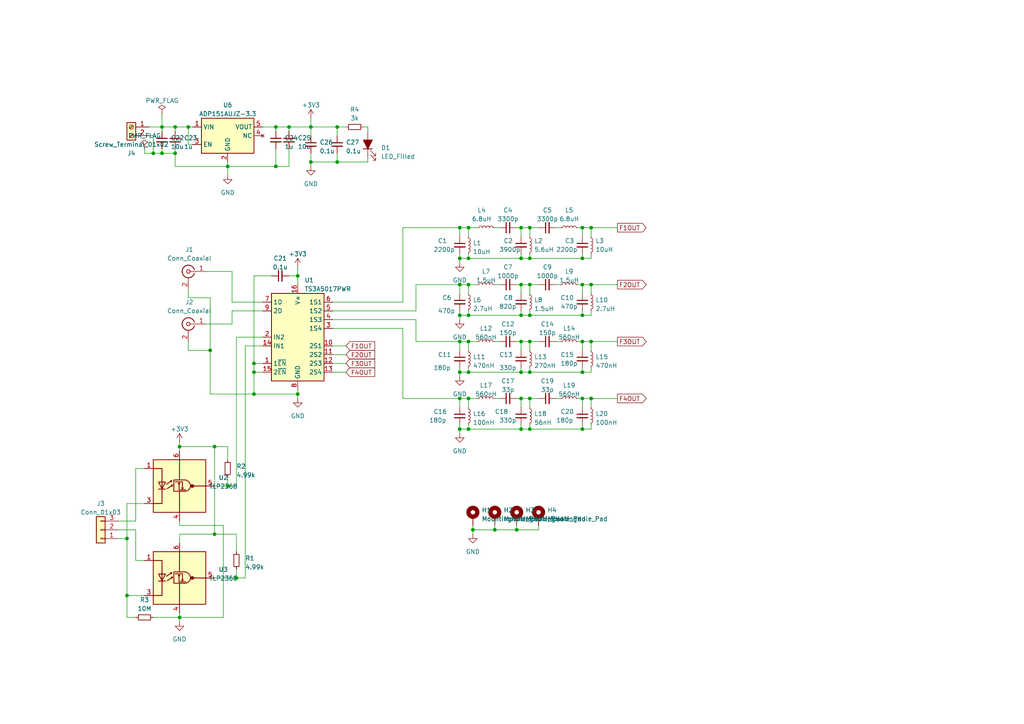
<source format=kicad_sch>
(kicad_sch (version 20221206) (generator eeschema)
  (paper "A4")
  (lib_symbols
    (symbol "Analog_Switch:TS3A5017RGY"
      (property "Reference" "U1" (at 1.9559 16.51 0))
      (property "Value" "TS3A5017PWR" (at 1.9559 13.97 0))
      (symbol "TS3A5017RGY_0_1"
        (rectangle (start -7.62 12.7) (end 7.62 -12.7) (stroke (width 0.254)) (fill (type background)))
      )
      (symbol "TS3A5017RGY_1_1"
        (pin input line (at -10.16 -7.62 0) (length 2.54) (name "1~{EN}") (number "1"))
        (pin bidirectional line (at 10.16 -2.54 180) (length 2.54) (name "2S1") (number "10"))
        (pin bidirectional line (at 10.16 -5.08 180) (length 2.54) (name "2S2") (number "11"))
        (pin bidirectional line (at 10.16 -7.62 180) (length 2.54) (name "2S3") (number "12"))
        (pin bidirectional line (at 10.16 -10.16 180) (length 2.54) (name "2S4") (number "13"))
        (pin input line (at -10.16 -2.54 0) (length 2.54) (name "IN1") (number "14"))
        (pin input line (at -10.16 -10.16 0) (length 2.54) (name "2~{EN}") (number "15"))
        (pin power_in line (at 0 15.24 270) (length 2.54) (name "V+") (number "16"))
        (pin input line (at -10.16 0 0) (length 2.54) (name "IN2") (number "2"))
        (pin bidirectional line (at 10.16 2.54 180) (length 2.54) (name "1S4") (number "3"))
        (pin bidirectional line (at 10.16 5.08 180) (length 2.54) (name "1S3") (number "4"))
        (pin bidirectional line (at 10.16 7.62 180) (length 2.54) (name "1S2") (number "5"))
        (pin bidirectional line (at 10.16 10.16 180) (length 2.54) (name "1S1") (number "6"))
        (pin bidirectional line (at -10.16 10.16 0) (length 2.54) (name "1D") (number "7"))
        (pin power_in line (at 0 -15.24 90) (length 2.54) (name "GND") (number "8"))
        (pin bidirectional line (at -10.16 7.62 0) (length 2.54) (name "2D") (number "9"))
      )
    )
    (symbol "Connector:Conn_Coaxial" (pin_names (offset 1.016) hide)
      (property "Reference" "J" (at 0.254 3.048 0))
      (property "Value" "Conn_Coaxial" (at 2.921 0 90))
      (symbol "Conn_Coaxial_0_1"
        (arc (start -1.778 -0.508) (mid 0.2311 -1.8066) (end 1.778 0) (stroke (width 0.254)))
        (polyline (pts (xy -2.54 0) (xy -0.508 0)))
        (polyline (pts (xy 0 -2.54) (xy 0 -1.778)))
        (circle (center 0 0) (radius 0.508) (stroke (width 0.2032)))
        (arc (start 1.778 0) (mid 0.2099 1.8101) (end -1.778 0.508) (stroke (width 0.254)))
      )
      (symbol "Conn_Coaxial_1_1"
        (pin passive line (at -5.08 0 0) (length 2.54) (name "In") (number "1"))
        (pin passive line (at 0 -5.08 90) (length 2.54) (name "Ext") (number "2"))
      )
    )
    (symbol "Connector:Screw_Terminal_01x02" (pin_names (offset 1.016) hide)
      (property "Reference" "J" (at 0 2.54 0))
      (property "Value" "Screw_Terminal_01x02" (at 0 -5.08 0))
      (symbol "Screw_Terminal_01x02_1_1"
        (rectangle (start -1.27 1.27) (end 1.27 -3.81) (stroke (width 0.254)) (fill (type background)))
        (circle (center 0 -2.54) (radius 0.635) (stroke (width 0.1524)))
        (polyline (pts (xy -0.5334 -2.2098) (xy 0.3302 -3.048)) (stroke (width 0.1524)))
        (polyline (pts (xy -0.5334 0.3302) (xy 0.3302 -0.508)) (stroke (width 0.1524)))
        (polyline (pts (xy -0.3556 -2.032) (xy 0.508 -2.8702)) (stroke (width 0.1524)))
        (polyline (pts (xy -0.3556 0.508) (xy 0.508 -0.3302)) (stroke (width 0.1524)))
        (circle (center 0 0) (radius 0.635) (stroke (width 0.1524)))
        (pin passive line (at -5.08 0 0) (length 3.81) (name "Pin_1") (number "1"))
        (pin passive line (at -5.08 -2.54 0) (length 3.81) (name "Pin_2") (number "2"))
      )
    )
    (symbol "Connector_Generic:Conn_01x03" (pin_names (offset 1.016) hide)
      (property "Reference" "J" (at 0 5.08 0))
      (property "Value" "Conn_01x03" (at 0 -5.08 0))
      (symbol "Conn_01x03_1_1"
        (rectangle (start -1.27 -2.413) (end 0 -2.667) (stroke (width 0.1524)))
        (rectangle (start -1.27 0.127) (end 0 -0.127) (stroke (width 0.1524)))
        (rectangle (start -1.27 2.667) (end 0 2.413) (stroke (width 0.1524)))
        (rectangle (start -1.27 3.81) (end 1.27 -3.81) (stroke (width 0.254)) (fill (type background)))
        (pin passive line (at -5.08 2.54 0) (length 3.81) (name "Pin_1") (number "1"))
        (pin passive line (at -5.08 0 0) (length 3.81) (name "Pin_2") (number "2"))
        (pin passive line (at -5.08 -2.54 0) (length 3.81) (name "Pin_3") (number "3"))
      )
    )
    (symbol "Device:C_Small" (pin_numbers hide) (pin_names (offset 0.254) hide)
      (property "Reference" "C" (at 0.254 1.778 0))
      (property "Value" "C_Small" (at 0.254 -2.032 0))
      (symbol "C_Small_0_1"
        (polyline (pts (xy -1.524 -0.508) (xy 1.524 -0.508)) (stroke (width 0.3302)))
        (polyline (pts (xy -1.524 0.508) (xy 1.524 0.508)) (stroke (width 0.3048)))
      )
      (symbol "C_Small_1_1"
        (pin passive line (at 0 2.54 270) (length 2.032) (name "~") (number "1"))
        (pin passive line (at 0 -2.54 90) (length 2.032) (name "~") (number "2"))
      )
    )
    (symbol "Device:LED_Filled" (pin_numbers hide) (pin_names (offset 1.016) hide)
      (property "Reference" "D" (at 0 2.54 0))
      (property "Value" "LED_Filled" (at 0 -2.54 0))
      (symbol "LED_Filled_0_1"
        (polyline (pts (xy -1.27 -1.27) (xy -1.27 1.27)) (stroke (width 0.254)))
        (polyline (pts (xy -1.27 0) (xy 1.27 0)))
        (polyline (pts (xy 1.27 -1.27) (xy 1.27 1.27) (xy -1.27 0) (xy 1.27 -1.27)) (stroke (width 0.254)) (fill (type outline)))
        (polyline (pts (xy -3.048 -0.762) (xy -4.572 -2.286) (xy -3.81 -2.286) (xy -4.572 -2.286) (xy -4.572 -1.524)))
        (polyline (pts (xy -1.778 -0.762) (xy -3.302 -2.286) (xy -2.54 -2.286) (xy -3.302 -2.286) (xy -3.302 -1.524)))
      )
      (symbol "LED_Filled_1_1"
        (pin passive line (at -3.81 0 0) (length 2.54) (name "K") (number "1"))
        (pin passive line (at 3.81 0 180) (length 2.54) (name "A") (number "2"))
      )
    )
    (symbol "Device:L_Small" (pin_numbers hide) (pin_names (offset 0.254) hide)
      (property "Reference" "L" (at 0.762 1.016 0))
      (property "Value" "L_Small" (at 0.762 -1.016 0))
      (symbol "L_Small_0_1"
        (arc (start 0 -2.032) (mid 0.5058 -1.524) (end 0 -1.016))
        (arc (start 0 -1.016) (mid 0.5058 -0.508) (end 0 0))
        (arc (start 0 0) (mid 0.5058 0.508) (end 0 1.016))
        (arc (start 0 1.016) (mid 0.5058 1.524) (end 0 2.032))
      )
      (symbol "L_Small_1_1"
        (pin passive line (at 0 2.54 270) (length 0.508) (name "~") (number "1"))
        (pin passive line (at 0 -2.54 90) (length 0.508) (name "~") (number "2"))
      )
    )
    (symbol "Device:R_Small" (pin_numbers hide) (pin_names (offset 0.254) hide)
      (property "Reference" "R" (at 0.762 0.508 0))
      (property "Value" "R_Small" (at 0.762 -1.016 0))
      (symbol "R_Small_0_1"
        (rectangle (start -0.762 1.778) (end 0.762 -1.778) (stroke (width 0.2032)))
      )
      (symbol "R_Small_1_1"
        (pin passive line (at 0 2.54 270) (length 0.762) (name "~") (number "1"))
        (pin passive line (at 0 -2.54 90) (length 0.762) (name "~") (number "2"))
      )
    )
    (symbol "Mechanical:MountingHole_Pad" (pin_numbers hide) (pin_names (offset 1.016) hide)
      (property "Reference" "H" (at 0 6.35 0))
      (property "Value" "MountingHole_Pad" (at 0 4.445 0))
      (symbol "MountingHole_Pad_0_1"
        (circle (center 0 1.27) (radius 1.27) (stroke (width 1.27)))
      )
      (symbol "MountingHole_Pad_1_1"
        (pin input line (at 0 -2.54 90) (length 2.54) (name "1") (number "1"))
      )
    )
    (symbol "Regulator_Linear:ADP7142AUJZ-3.3"
      (property "Reference" "U6" (at 0 8.89 0))
      (property "Value" "ADP151AUJZ-3.3" (at 0 6.35 0))
      (symbol "ADP7142AUJZ-3.3_0_1"
        (rectangle (start -7.62 5.08) (end 7.62 -5.08) (stroke (width 0.254)) (fill (type background)))
      )
      (symbol "ADP7142AUJZ-3.3_1_1"
        (pin power_in line (at -10.16 2.54 0) (length 2.54) (name "VIN") (number "1"))
        (pin power_in line (at 0 -7.62 90) (length 2.54) (name "GND") (number "2"))
        (pin input line (at -10.16 -2.54 0) (length 2.54) (name "EN") (number "3"))
        (pin no_connect line (at 10.16 0 180) (length 2.54) (name "NC") (number "4"))
        (pin power_out line (at 10.16 2.54 180) (length 2.54) (name "VOUT") (number "5"))
      )
    )
    (symbol "TLP2368:TLP2368" (pin_names (offset 1.016) hide)
      (property "Reference" "U" (at -7.112 8.89 0))
      (property "Value" "TLP2368" (at 1.016 9.144 0))
      (symbol "TLP2368_0_1"
        (rectangle (start -7.62 7.62) (end 7.62 -7.62) (stroke (width 0.254)) (fill (type background)))
        (polyline (pts (xy -6.096 -0.889) (xy -4.064 -0.889)) (stroke (width 0.254)))
        (polyline (pts (xy -5.08 -1.27) (xy -5.08 -0.762)) (stroke (width 0.254)))
        (polyline (pts (xy -5.08 1.27) (xy -5.08 -0.762)) (stroke (width 0.254)))
        (polyline (pts (xy -3.81 0.508) (xy -2.286 1.524)) (stroke (width 0.254)))
        (polyline (pts (xy -3.556 -0.762) (xy -2.032 0.254)) (stroke (width 0.254)))
        (polyline (pts (xy -2.286 1.524) (xy -2.5908 1.5748)) (stroke (width 0.254)))
        (polyline (pts (xy -2.286 1.524) (xy -2.3876 1.1684)) (stroke (width 0.254)))
        (polyline (pts (xy -2.032 0.254) (xy -2.3368 0.3048)) (stroke (width 0.254)))
        (polyline (pts (xy -2.032 0.254) (xy -2.1336 -0.1016)) (stroke (width 0.254)))
        (polyline (pts (xy -0.127 -1.1176) (xy 1.8034 -1.1176)) (stroke (width 0.254)))
        (polyline (pts (xy -0.127 0.9144) (xy -0.127 -1.1176)) (stroke (width 0.254)))
        (polyline (pts (xy 0 -7.5946) (xy 0 -1.5748)) (stroke (width 0.254)))
        (polyline (pts (xy 0 7.6454) (xy -0.0254 1.8288)) (stroke (width 0.254)))
        (polyline (pts (xy 0.8382 1.2192) (xy -1.2446 1.2192)) (stroke (width 0.254)))
        (polyline (pts (xy 4.064 0.0254) (xy 7.7216 0)) (stroke (width 0.254)))
        (polyline (pts (xy -7.62 -5.08) (xy -5.08 -5.08) (xy -5.08 -1.27)) (stroke (width 0.254)))
        (polyline (pts (xy -5.08 1.27) (xy -5.08 5.08) (xy -7.62 5.08)) (stroke (width 0.254)))
        (polyline (pts (xy 0.8382 -0.8128) (xy 0.5842 -0.5588) (xy 1.0922 -0.5588)) (stroke (width 0.254)))
        (polyline (pts (xy 0.8382 1.2192) (xy 0.8382 -0.8128) (xy 1.0922 -0.5588)) (stroke (width 0.254)))
        (polyline (pts (xy -6.096 1.143) (xy -4.064 1.143) (xy -5.08 -0.762) (xy -6.096 1.143)) (stroke (width 0.254)))
        (polyline (pts (xy -0.127 0.9144) (xy -0.381 0.6604) (xy 0.127 0.6604) (xy -0.127 0.9144)) (stroke (width 0.254)))
        (polyline (pts (xy 1.397 1.778) (xy -1.651 1.778) (xy -1.651 -1.524) (xy 1.397 -1.524)) (stroke (width 0.254)))
        (arc (start 1.397 -1.524) (mid 2.6016 -1.1302) (end 3.175 0) (stroke (width 0.254)))
        (arc (start 3.175 0) (mid 2.6489 1.2519) (end 1.397 1.778) (stroke (width 0.254)))
        (circle (center 3.683 0) (radius 0.4572) (fill (type outline)))
      )
      (symbol "TLP2368_1_1"
        (pin passive line (at -10.16 5.08 0) (length 2.54) (name "A") (number "1"))
        (pin passive line (at -10.16 -5.08 0) (length 2.54) (name "K") (number "3"))
        (pin power_in line (at 0 -10.16 90) (length 2.54) (name "GND") (number "4"))
        (pin output line (at 10.16 0 180) (length 2.54) (name "VO") (number "5"))
        (pin power_in line (at 0 10.16 270) (length 2.54) (name "VDD") (number "6"))
      )
    )
    (symbol "power:+3V3" (power) (pin_names (offset 0))
      (property "Value" "+3V3" (at 0 3.556 0))
      (symbol "+3V3_0_1"
        (polyline (pts (xy -0.762 1.27) (xy 0 2.54)))
        (polyline (pts (xy 0 0) (xy 0 2.54)))
        (polyline (pts (xy 0 2.54) (xy 0.762 1.27)))
      )
      (symbol "+3V3_1_1"
        (pin power_in line (at 0 0 90) (length 0) hide (name "+3V3") (number "1"))
      )
    )
    (symbol "power:GND" (power) (pin_names (offset 0))
      (property "Value" "GND" (at 0 -3.81 0))
      (symbol "GND_0_1"
        (polyline (pts (xy 0 0) (xy 0 -1.27) (xy 1.27 -1.27) (xy 0 -2.54) (xy -1.27 -1.27) (xy 0 -1.27)))
      )
      (symbol "GND_1_1"
        (pin power_in line (at 0 0 270) (length 0) hide (name "GND") (number "1"))
      )
    )
    (symbol "power:PWR_FLAG" (power) (pin_numbers hide) (pin_names (offset 0) hide)
      (property "Value" "PWR_FLAG" (at 0 3.81 0))
      (symbol "PWR_FLAG_0_0"
        (pin power_out line (at 0 0 90) (length 0) (name "pwr") (number "1"))
      )
      (symbol "PWR_FLAG_0_1"
        (polyline (pts (xy 0 0) (xy 0 1.27) (xy -1.016 1.905) (xy 0 2.54) (xy 1.016 1.905) (xy 0 1.27)))
      )
    )
  )
  (junction (at 168.91 124.46))
  (junction (at 68.58 167.64))
  (junction (at 171.45 115.57))
  (junction (at 137.16 153.67))
  (junction (at 133.35 115.57))
  (junction (at 66.04 48.26))
  (junction (at 36.83 156.21))
  (junction (at 168.91 99.06))
  (junction (at 135.89 66.04))
  (junction (at 153.67 82.55))
  (junction (at 133.35 99.06))
  (junction (at 46.99 36.83))
  (junction (at 97.79 46.99))
  (junction (at 151.13 115.57))
  (junction (at 168.91 91.44))
  (junction (at 153.67 99.06))
  (junction (at 151.13 91.44))
  (junction (at 133.35 91.44))
  (junction (at 60.96 101.6))
  (junction (at 151.13 107.95))
  (junction (at 133.35 82.55))
  (junction (at 54.61 36.83))
  (junction (at 135.89 99.06))
  (junction (at 90.17 36.83))
  (junction (at 36.83 172.72))
  (junction (at 135.89 91.44))
  (junction (at 168.91 66.04))
  (junction (at 153.67 91.44))
  (junction (at 62.23 154.94))
  (junction (at 151.13 74.93))
  (junction (at 151.13 99.06))
  (junction (at 153.67 74.93))
  (junction (at 151.13 66.04))
  (junction (at 135.89 74.93))
  (junction (at 97.79 36.83))
  (junction (at 135.89 82.55))
  (junction (at 133.35 74.93))
  (junction (at 133.35 107.95))
  (junction (at 52.07 129.54))
  (junction (at 73.66 114.3))
  (junction (at 171.45 99.06))
  (junction (at 168.91 115.57))
  (junction (at 62.23 129.54))
  (junction (at 66.04 140.97))
  (junction (at 149.86 153.67))
  (junction (at 46.99 44.45))
  (junction (at 80.01 36.83))
  (junction (at 133.35 66.04))
  (junction (at 73.66 107.95))
  (junction (at 135.89 107.95))
  (junction (at 83.82 36.83))
  (junction (at 80.01 48.26))
  (junction (at 153.67 107.95))
  (junction (at 133.35 124.46))
  (junction (at 168.91 107.95))
  (junction (at 168.91 74.93))
  (junction (at 86.36 80.01))
  (junction (at 168.91 82.55))
  (junction (at 50.8 44.45))
  (junction (at 143.51 153.67))
  (junction (at 50.8 36.83))
  (junction (at 153.67 115.57))
  (junction (at 135.89 115.57))
  (junction (at 151.13 124.46))
  (junction (at 90.17 46.99))
  (junction (at 86.36 114.3))
  (junction (at 73.66 105.41))
  (junction (at 135.89 124.46))
  (junction (at 151.13 82.55))
  (junction (at 171.45 66.04))
  (junction (at 52.07 179.07))
  (junction (at 153.67 124.46))
  (junction (at 44.45 44.45))
  (junction (at 153.67 66.04))
  (junction (at 171.45 82.55))
  (wire (pts (xy 44.45 44.45) (xy 46.99 44.45)))
  (wire (pts (xy 135.89 82.55) (xy 133.35 82.55)))
  (wire (pts (xy 168.91 123.19) (xy 168.91 124.46)))
  (wire (pts (xy 96.52 92.71) (xy 120.65 92.71)))
  (wire (pts (xy 36.83 172.72) (xy 36.83 179.07)))
  (wire (pts (xy 90.17 46.99) (xy 97.79 46.99)))
  (wire (pts (xy 171.45 82.55) (xy 168.91 82.55)))
  (wire (pts (xy 76.2 105.41) (xy 73.66 105.41)))
  (wire (pts (xy 168.91 82.55) (xy 167.64 82.55)))
  (wire (pts (xy 50.8 43.18) (xy 50.8 44.45)))
  (wire (pts (xy 83.82 48.26) (xy 80.01 48.26)))
  (wire (pts (xy 135.89 99.06) (xy 135.89 101.6)))
  (wire (pts (xy 138.43 82.55) (xy 135.89 82.55)))
  (wire (pts (xy 36.83 146.05) (xy 36.83 156.21)))
  (wire (pts (xy 133.35 90.17) (xy 133.35 91.44)))
  (wire (pts (xy 171.45 115.57) (xy 179.07 115.57)))
  (wire (pts (xy 68.58 167.64) (xy 71.12 167.64)))
  (wire (pts (xy 135.89 99.06) (xy 133.35 99.06)))
  (wire (pts (xy 66.04 138.43) (xy 66.04 140.97)))
  (wire (pts (xy 153.67 99.06) (xy 156.21 99.06)))
  (wire (pts (xy 153.67 107.95) (xy 168.91 107.95)))
  (wire (pts (xy 68.58 154.94) (xy 62.23 154.94)))
  (wire (pts (xy 80.01 36.83) (xy 83.82 36.83)))
  (wire (pts (xy 133.35 115.57) (xy 133.35 118.11)))
  (wire (pts (xy 96.52 87.63) (xy 116.84 87.63)))
  (wire (pts (xy 90.17 36.83) (xy 97.79 36.83)))
  (wire (pts (xy 60.96 101.6) (xy 60.96 114.3)))
  (wire (pts (xy 106.68 45.72) (xy 106.68 46.99)))
  (wire (pts (xy 151.13 115.57) (xy 153.67 115.57)))
  (wire (pts (xy 86.36 77.47) (xy 86.36 80.01)))
  (wire (pts (xy 151.13 66.04) (xy 153.67 66.04)))
  (wire (pts (xy 116.84 87.63) (xy 116.84 66.04)))
  (wire (pts (xy 68.58 97.79) (xy 68.58 140.97)))
  (wire (pts (xy 149.86 66.04) (xy 151.13 66.04)))
  (wire (pts (xy 143.51 152.4) (xy 143.51 153.67)))
  (wire (pts (xy 151.13 82.55) (xy 151.13 85.09)))
  (wire (pts (xy 52.07 152.4) (xy 64.77 152.4)))
  (wire (pts (xy 46.99 36.83) (xy 50.8 36.83)))
  (wire (pts (xy 120.65 82.55) (xy 133.35 82.55)))
  (wire (pts (xy 80.01 36.83) (xy 80.01 38.1)))
  (wire (pts (xy 44.45 179.07) (xy 52.07 179.07)))
  (wire (pts (xy 106.68 46.99) (xy 97.79 46.99)))
  (wire (pts (xy 168.91 99.06) (xy 167.64 99.06)))
  (wire (pts (xy 153.67 66.04) (xy 156.21 66.04)))
  (wire (pts (xy 39.37 135.89) (xy 41.91 135.89)))
  (wire (pts (xy 73.66 107.95) (xy 76.2 107.95)))
  (wire (pts (xy 133.35 124.46) (xy 135.89 124.46)))
  (wire (pts (xy 106.68 36.83) (xy 106.68 38.1)))
  (wire (pts (xy 52.07 128.27) (xy 52.07 129.54)))
  (wire (pts (xy 171.45 85.09) (xy 171.45 82.55)))
  (wire (pts (xy 151.13 74.93) (xy 153.67 74.93)))
  (wire (pts (xy 135.89 82.55) (xy 135.89 85.09)))
  (wire (pts (xy 153.67 90.17) (xy 153.67 91.44)))
  (wire (pts (xy 105.41 36.83) (xy 106.68 36.83)))
  (wire (pts (xy 96.52 105.41) (xy 100.33 105.41)))
  (wire (pts (xy 133.35 124.46) (xy 133.35 125.73)))
  (wire (pts (xy 135.89 124.46) (xy 151.13 124.46)))
  (wire (pts (xy 171.45 73.66) (xy 171.45 74.93)))
  (wire (pts (xy 135.89 123.19) (xy 135.89 124.46)))
  (wire (pts (xy 52.07 129.54) (xy 52.07 130.81)))
  (wire (pts (xy 83.82 36.83) (xy 83.82 38.1)))
  (wire (pts (xy 143.51 99.06) (xy 144.78 99.06)))
  (wire (pts (xy 171.45 82.55) (xy 179.07 82.55)))
  (wire (pts (xy 64.77 179.07) (xy 52.07 179.07)))
  (wire (pts (xy 62.23 154.94) (xy 52.07 154.94)))
  (wire (pts (xy 76.2 97.79) (xy 68.58 97.79)))
  (wire (pts (xy 54.61 101.6) (xy 60.96 101.6)))
  (wire (pts (xy 36.83 156.21) (xy 36.83 172.72)))
  (wire (pts (xy 96.52 102.87) (xy 100.33 102.87)))
  (wire (pts (xy 153.67 66.04) (xy 153.67 68.58)))
  (wire (pts (xy 86.36 114.3) (xy 86.36 115.57)))
  (wire (pts (xy 62.23 129.54) (xy 62.23 154.94)))
  (wire (pts (xy 149.86 152.4) (xy 149.86 153.67)))
  (wire (pts (xy 161.29 115.57) (xy 162.56 115.57)))
  (wire (pts (xy 137.16 153.67) (xy 143.51 153.67)))
  (wire (pts (xy 120.65 99.06) (xy 133.35 99.06)))
  (wire (pts (xy 90.17 34.29) (xy 90.17 36.83)))
  (wire (pts (xy 133.35 82.55) (xy 133.35 85.09)))
  (wire (pts (xy 67.31 87.63) (xy 76.2 87.63)))
  (wire (pts (xy 151.13 124.46) (xy 153.67 124.46)))
  (wire (pts (xy 66.04 133.35) (xy 66.04 129.54)))
  (wire (pts (xy 135.89 66.04) (xy 133.35 66.04)))
  (wire (pts (xy 60.96 114.3) (xy 73.66 114.3)))
  (wire (pts (xy 133.35 106.68) (xy 133.35 107.95)))
  (wire (pts (xy 135.89 66.04) (xy 135.89 68.58)))
  (wire (pts (xy 43.18 36.83) (xy 46.99 36.83)))
  (wire (pts (xy 83.82 80.01) (xy 86.36 80.01)))
  (wire (pts (xy 168.91 124.46) (xy 171.45 124.46)))
  (wire (pts (xy 39.37 162.56) (xy 41.91 162.56)))
  (wire (pts (xy 41.91 146.05) (xy 36.83 146.05)))
  (wire (pts (xy 168.91 66.04) (xy 167.64 66.04)))
  (wire (pts (xy 41.91 43.18) (xy 41.91 44.45)))
  (wire (pts (xy 50.8 38.1) (xy 50.8 36.83)))
  (wire (pts (xy 135.89 115.57) (xy 133.35 115.57)))
  (wire (pts (xy 171.45 106.68) (xy 171.45 107.95)))
  (wire (pts (xy 133.35 91.44) (xy 133.35 92.71)))
  (wire (pts (xy 133.35 99.06) (xy 133.35 101.6)))
  (wire (pts (xy 153.67 124.46) (xy 168.91 124.46)))
  (wire (pts (xy 135.89 115.57) (xy 135.89 118.11)))
  (wire (pts (xy 116.84 115.57) (xy 133.35 115.57)))
  (wire (pts (xy 96.52 95.25) (xy 116.84 95.25)))
  (wire (pts (xy 143.51 153.67) (xy 149.86 153.67)))
  (wire (pts (xy 153.67 82.55) (xy 153.67 85.09)))
  (wire (pts (xy 171.45 123.19) (xy 171.45 124.46)))
  (wire (pts (xy 168.91 99.06) (xy 168.91 101.6)))
  (wire (pts (xy 66.04 140.97) (xy 62.23 140.97)))
  (wire (pts (xy 168.91 82.55) (xy 168.91 85.09)))
  (wire (pts (xy 50.8 36.83) (xy 54.61 36.83)))
  (wire (pts (xy 168.91 73.66) (xy 168.91 74.93)))
  (wire (pts (xy 97.79 44.45) (xy 97.79 46.99)))
  (wire (pts (xy 133.35 107.95) (xy 135.89 107.95)))
  (wire (pts (xy 153.67 115.57) (xy 153.67 118.11)))
  (wire (pts (xy 67.31 93.98) (xy 59.69 93.98)))
  (wire (pts (xy 52.07 177.8) (xy 52.07 179.07)))
  (wire (pts (xy 171.45 66.04) (xy 179.07 66.04)))
  (wire (pts (xy 54.61 36.83) (xy 55.88 36.83)))
  (wire (pts (xy 135.89 106.68) (xy 135.89 107.95)))
  (wire (pts (xy 151.13 90.17) (xy 151.13 91.44)))
  (wire (pts (xy 96.52 107.95) (xy 100.33 107.95)))
  (wire (pts (xy 36.83 179.07) (xy 39.37 179.07)))
  (wire (pts (xy 60.96 86.36) (xy 60.96 101.6)))
  (wire (pts (xy 73.66 114.3) (xy 86.36 114.3)))
  (wire (pts (xy 171.45 68.58) (xy 171.45 66.04)))
  (wire (pts (xy 55.88 41.91) (xy 54.61 41.91)))
  (wire (pts (xy 168.91 91.44) (xy 171.45 91.44)))
  (wire (pts (xy 168.91 115.57) (xy 167.64 115.57)))
  (wire (pts (xy 34.29 151.13) (xy 39.37 151.13)))
  (wire (pts (xy 52.07 154.94) (xy 52.07 157.48)))
  (wire (pts (xy 46.99 44.45) (xy 50.8 44.45)))
  (wire (pts (xy 135.89 90.17) (xy 135.89 91.44)))
  (wire (pts (xy 68.58 165.1) (xy 68.58 167.64)))
  (wire (pts (xy 76.2 36.83) (xy 80.01 36.83)))
  (wire (pts (xy 135.89 74.93) (xy 151.13 74.93)))
  (wire (pts (xy 171.45 101.6) (xy 171.45 99.06)))
  (wire (pts (xy 59.69 78.74) (xy 67.31 78.74)))
  (wire (pts (xy 54.61 83.82) (xy 54.61 86.36)))
  (wire (pts (xy 151.13 107.95) (xy 153.67 107.95)))
  (wire (pts (xy 86.36 113.03) (xy 86.36 114.3)))
  (wire (pts (xy 50.8 48.26) (xy 66.04 48.26)))
  (wire (pts (xy 151.13 106.68) (xy 151.13 107.95)))
  (wire (pts (xy 54.61 36.83) (xy 54.61 41.91)))
  (wire (pts (xy 133.35 74.93) (xy 133.35 76.2)))
  (wire (pts (xy 151.13 66.04) (xy 151.13 68.58)))
  (wire (pts (xy 171.45 99.06) (xy 168.91 99.06)))
  (wire (pts (xy 96.52 100.33) (xy 100.33 100.33)))
  (wire (pts (xy 39.37 151.13) (xy 39.37 135.89)))
  (wire (pts (xy 46.99 43.18) (xy 46.99 44.45)))
  (wire (pts (xy 153.67 106.68) (xy 153.67 107.95)))
  (wire (pts (xy 161.29 66.04) (xy 162.56 66.04)))
  (wire (pts (xy 153.67 115.57) (xy 156.21 115.57)))
  (wire (pts (xy 86.36 80.01) (xy 86.36 82.55)))
  (wire (pts (xy 161.29 99.06) (xy 162.56 99.06)))
  (wire (pts (xy 41.91 44.45) (xy 44.45 44.45)))
  (wire (pts (xy 133.35 66.04) (xy 133.35 68.58)))
  (wire (pts (xy 52.07 129.54) (xy 62.23 129.54)))
  (wire (pts (xy 67.31 90.17) (xy 67.31 93.98)))
  (wire (pts (xy 168.91 74.93) (xy 171.45 74.93)))
  (wire (pts (xy 168.91 66.04) (xy 168.91 68.58)))
  (wire (pts (xy 168.91 115.57) (xy 168.91 118.11)))
  (wire (pts (xy 76.2 90.17) (xy 67.31 90.17)))
  (wire (pts (xy 62.23 167.64) (xy 68.58 167.64)))
  (wire (pts (xy 153.67 99.06) (xy 153.67 101.6)))
  (wire (pts (xy 133.35 107.95) (xy 133.35 109.22)))
  (wire (pts (xy 68.58 160.02) (xy 68.58 154.94)))
  (wire (pts (xy 171.45 115.57) (xy 168.91 115.57)))
  (wire (pts (xy 66.04 129.54) (xy 62.23 129.54)))
  (wire (pts (xy 138.43 99.06) (xy 135.89 99.06)))
  (wire (pts (xy 90.17 44.45) (xy 90.17 46.99)))
  (wire (pts (xy 151.13 99.06) (xy 151.13 101.6)))
  (wire (pts (xy 73.66 107.95) (xy 73.66 114.3)))
  (wire (pts (xy 153.67 123.19) (xy 153.67 124.46)))
  (wire (pts (xy 151.13 73.66) (xy 151.13 74.93)))
  (wire (pts (xy 135.89 73.66) (xy 135.89 74.93)))
  (wire (pts (xy 153.67 82.55) (xy 156.21 82.55)))
  (wire (pts (xy 116.84 66.04) (xy 133.35 66.04)))
  (wire (pts (xy 133.35 91.44) (xy 135.89 91.44)))
  (wire (pts (xy 43.18 39.37) (xy 44.45 39.37)))
  (wire (pts (xy 83.82 36.83) (xy 90.17 36.83)))
  (wire (pts (xy 66.04 48.26) (xy 66.04 46.99)))
  (wire (pts (xy 171.45 66.04) (xy 168.91 66.04)))
  (wire (pts (xy 133.35 123.19) (xy 133.35 124.46)))
  (wire (pts (xy 97.79 36.83) (xy 100.33 36.83)))
  (wire (pts (xy 46.99 36.83) (xy 46.99 38.1)))
  (wire (pts (xy 143.51 66.04) (xy 144.78 66.04)))
  (wire (pts (xy 168.91 90.17) (xy 168.91 91.44)))
  (wire (pts (xy 73.66 105.41) (xy 73.66 107.95)))
  (wire (pts (xy 171.45 90.17) (xy 171.45 91.44)))
  (wire (pts (xy 120.65 92.71) (xy 120.65 99.06)))
  (wire (pts (xy 34.29 153.67) (xy 39.37 153.67)))
  (wire (pts (xy 137.16 152.4) (xy 137.16 153.67)))
  (wire (pts (xy 153.67 73.66) (xy 153.67 74.93)))
  (wire (pts (xy 36.83 172.72) (xy 41.91 172.72)))
  (wire (pts (xy 71.12 100.33) (xy 71.12 167.64)))
  (wire (pts (xy 168.91 107.95) (xy 171.45 107.95)))
  (wire (pts (xy 80.01 43.18) (xy 80.01 48.26)))
  (wire (pts (xy 116.84 95.25) (xy 116.84 115.57)))
  (wire (pts (xy 34.29 156.21) (xy 36.83 156.21)))
  (wire (pts (xy 52.07 151.13) (xy 52.07 152.4)))
  (wire (pts (xy 133.35 74.93) (xy 135.89 74.93)))
  (wire (pts (xy 156.21 153.67) (xy 156.21 152.4)))
  (wire (pts (xy 67.31 78.74) (xy 67.31 87.63)))
  (wire (pts (xy 64.77 152.4) (xy 64.77 179.07)))
  (wire (pts (xy 54.61 86.36) (xy 60.96 86.36)))
  (wire (pts (xy 90.17 36.83) (xy 90.17 39.37)))
  (wire (pts (xy 149.86 115.57) (xy 151.13 115.57)))
  (wire (pts (xy 161.29 82.55) (xy 162.56 82.55)))
  (wire (pts (xy 133.35 73.66) (xy 133.35 74.93)))
  (wire (pts (xy 83.82 43.18) (xy 83.82 48.26)))
  (wire (pts (xy 168.91 106.68) (xy 168.91 107.95)))
  (wire (pts (xy 153.67 91.44) (xy 168.91 91.44)))
  (wire (pts (xy 171.45 118.11) (xy 171.45 115.57)))
  (wire (pts (xy 44.45 39.37) (xy 44.45 44.45)))
  (wire (pts (xy 151.13 82.55) (xy 153.67 82.55)))
  (wire (pts (xy 135.89 107.95) (xy 151.13 107.95)))
  (wire (pts (xy 171.45 99.06) (xy 179.07 99.06)))
  (wire (pts (xy 46.99 33.02) (xy 46.99 36.83)))
  (wire (pts (xy 143.51 115.57) (xy 144.78 115.57)))
  (wire (pts (xy 137.16 153.67) (xy 137.16 154.94)))
  (wire (pts (xy 135.89 91.44) (xy 151.13 91.44)))
  (wire (pts (xy 73.66 80.01) (xy 73.66 105.41)))
  (wire (pts (xy 50.8 44.45) (xy 50.8 48.26)))
  (wire (pts (xy 149.86 153.67) (xy 156.21 153.67)))
  (wire (pts (xy 151.13 91.44) (xy 153.67 91.44)))
  (wire (pts (xy 66.04 48.26) (xy 66.04 50.8)))
  (wire (pts (xy 52.07 179.07) (xy 52.07 180.34)))
  (wire (pts (xy 97.79 36.83) (xy 97.79 39.37)))
  (wire (pts (xy 96.52 90.17) (xy 120.65 90.17)))
  (wire (pts (xy 68.58 140.97) (xy 66.04 140.97)))
  (wire (pts (xy 151.13 123.19) (xy 151.13 124.46)))
  (wire (pts (xy 120.65 90.17) (xy 120.65 82.55)))
  (wire (pts (xy 80.01 48.26) (xy 66.04 48.26)))
  (wire (pts (xy 153.67 74.93) (xy 168.91 74.93)))
  (wire (pts (xy 143.51 82.55) (xy 144.78 82.55)))
  (wire (pts (xy 149.86 99.06) (xy 151.13 99.06)))
  (wire (pts (xy 151.13 99.06) (xy 153.67 99.06)))
  (wire (pts (xy 149.86 82.55) (xy 151.13 82.55)))
  (wire (pts (xy 151.13 115.57) (xy 151.13 118.11)))
  (wire (pts (xy 54.61 99.06) (xy 54.61 101.6)))
  (wire (pts (xy 39.37 153.67) (xy 39.37 162.56)))
  (wire (pts (xy 90.17 46.99) (xy 90.17 48.26)))
  (wire (pts (xy 78.74 80.01) (xy 73.66 80.01)))
  (wire (pts (xy 138.43 115.57) (xy 135.89 115.57)))
  (wire (pts (xy 71.12 100.33) (xy 76.2 100.33)))
  (wire (pts (xy 138.43 66.04) (xy 135.89 66.04)))
  (global_label "F4OUT" (shape input) (at 100.33 107.95 0) (property "Intersheetrefs" "${INTERSHEET_REFS}" (effects hide)))
  (global_label "F1OUT" (shape output) (at 179.07 66.04 0) (property "Intersheetrefs" "${INTERSHEET_REFS}" (effects hide)))
  (global_label "F3OUT" (shape output) (at 179.07 99.06 0) (property "Intersheetrefs" "${INTERSHEET_REFS}" (effects hide)))
  (global_label "F2OUT" (shape input) (at 100.33 102.87 0) (property "Intersheetrefs" "${INTERSHEET_REFS}" (effects hide)))
  (global_label "F4OUT" (shape output) (at 179.07 115.57 0) (property "Intersheetrefs" "${INTERSHEET_REFS}" (effects hide)))
  (global_label "F2OUT" (shape output) (at 179.07 82.55 0) (property "Intersheetrefs" "${INTERSHEET_REFS}" (effects hide)))
  (global_label "F3OUT" (shape input) (at 100.33 105.41 0) (property "Intersheetrefs" "${INTERSHEET_REFS}" (effects hide)))
  (global_label "F1OUT" (shape input) (at 100.33 100.33 0) (property "Intersheetrefs" "${INTERSHEET_REFS}" (effects hide)))
  (symbol (lib_id "power:PWR_FLAG") (at 46.99 33.02 0) (unit 1)
    (property "Reference" "#FLG0101" (effects hide))
    (property "Value" "PWR_FLAG" (at 46.99 29.21 0))
  )
  (symbol (lib_id "Device:C_Small") (at 147.32 66.04 90) (unit 1)
    (property "Reference" "C4" (at 147.3263 60.96 90))
    (property "Value" "3300p" (at 147.3263 63.5 90))
    (property "Footprint" "Capacitor_SMD:C_0603_1608Metric_Pad1.08x0.95mm_HandSolder" (effects hide))
  )
  (symbol (lib_id "Device:C_Small") (at 151.13 104.14 0) (unit 1)
    (property "Reference" "C13" (at 144.78 102.87 0) (effects (justify left)))
    (property "Value" "330p" (at 144.78 106.68 0) (effects (justify left)))
    (property "Footprint" "Capacitor_SMD:C_0603_1608Metric_Pad1.08x0.95mm_HandSolder" (effects hide))
  )
  (symbol (lib_id "Device:R_Small") (at 68.58 162.56 0) (unit 1)
    (property "Reference" "R1" (at 71.12 161.925 0) (effects (justify left)))
    (property "Value" "4.99k" (at 71.12 164.465 0) (effects (justify left)))
    (property "Footprint" "Resistor_SMD:R_0402_1005Metric_Pad0.72x0.64mm_HandSolder" (effects hide))
  )
  (symbol (lib_id "Device:L_Small") (at 135.89 120.65 0) (unit 1)
    (property "Reference" "L16" (at 137.16 120.015 0) (effects (justify left)))
    (property "Value" "100nH" (at 137.16 122.555 0) (effects (justify left)))
    (property "Footprint" "Inductor_SMD:L_0603_1608Metric_Pad1.05x0.95mm_HandSolder" (effects hide))
  )
  (symbol (lib_id "Device:L_Small") (at 165.1 115.57 90) (unit 1)
    (property "Reference" "L19" (at 165.1 111.76 90))
    (property "Value" "560nH" (at 165.1 114.3 90))
    (property "Footprint" "Inductor_SMD:L_0603_1608Metric_Pad1.05x0.95mm_HandSolder" (effects hide))
  )
  (symbol (lib_id "Device:L_Small") (at 140.97 82.55 90) (unit 1)
    (property "Reference" "L7" (at 140.97 78.74 90))
    (property "Value" "1.5uH" (at 140.97 81.28 90))
    (property "Footprint" "Inductor_SMD:L_0603_1608Metric_Pad1.05x0.95mm_HandSolder" (effects hide))
  )
  (symbol (lib_id "Device:R_Small") (at 41.91 179.07 90) (unit 1)
    (property "Reference" "R3" (at 41.91 173.99 90))
    (property "Value" "10M" (at 41.91 176.53 90))
    (property "Footprint" "Resistor_SMD:R_0603_1608Metric_Pad0.98x0.95mm_HandSolder" (effects hide))
  )
  (symbol (lib_id "power:GND") (at 137.16 154.94 0) (unit 1)
    (property "Reference" "#PWR05" (effects hide))
    (property "Value" "GND" (at 137.16 160.02 0))
  )
  (symbol (lib_id "Device:C_Small") (at 90.17 41.91 0) (unit 1)
    (property "Reference" "C26" (at 92.71 41.2813 0) (effects (justify left)))
    (property "Value" "0.1u" (at 92.71 43.8213 0) (effects (justify left)))
    (property "Footprint" "Capacitor_SMD:C_0402_1005Metric" (effects hide))
  )
  (symbol (lib_id "Device:C_Small") (at 158.75 115.57 90) (unit 1)
    (property "Reference" "C19" (at 158.7563 110.49 90))
    (property "Value" "33p" (at 158.7563 113.03 90))
    (property "Footprint" "Capacitor_SMD:C_0603_1608Metric_Pad1.08x0.95mm_HandSolder" (effects hide))
  )
  (symbol (lib_id "Device:C_Small") (at 147.32 115.57 90) (unit 1)
    (property "Reference" "C17" (at 147.3263 110.49 90))
    (property "Value" "33p" (at 147.3263 113.03 90))
    (property "Footprint" "Capacitor_SMD:C_0603_1608Metric_Pad1.08x0.95mm_HandSolder" (effects hide))
  )
  (symbol (lib_id "Device:C_Small") (at 158.75 66.04 90) (unit 1)
    (property "Reference" "C5" (at 158.7563 60.96 90))
    (property "Value" "3300p" (at 158.7563 63.5 90))
    (property "Footprint" "Capacitor_SMD:C_0603_1608Metric_Pad1.08x0.95mm_HandSolder" (effects hide))
  )
  (symbol (lib_id "Device:C_Small") (at 158.75 82.55 90) (unit 1)
    (property "Reference" "C9" (at 158.7563 77.47 90))
    (property "Value" "1000p" (at 158.7563 80.01 90))
    (property "Footprint" "Capacitor_SMD:C_0603_1608Metric_Pad1.08x0.95mm_HandSolder" (effects hide))
  )
  (symbol (lib_id "Device:C_Small") (at 46.99 40.64 0) (unit 1)
    (property "Reference" "C22" (at 49.53 40.0113 0) (effects (justify left)))
    (property "Value" "10u" (at 49.53 42.5513 0) (effects (justify left)))
    (property "Footprint" "Capacitor_SMD:C_0603_1608Metric" (effects hide))
  )
  (symbol (lib_id "Device:L_Small") (at 135.89 71.12 0) (unit 1)
    (property "Reference" "L1" (at 137.16 70.485 0) (effects (justify left)))
    (property "Value" "10uH" (at 137.16 73.025 0) (effects (justify left)))
    (property "Footprint" "Inductor_SMD:L_0603_1608Metric_Pad1.05x0.95mm_HandSolder" (effects hide))
  )
  (symbol (lib_id "Device:C_Small") (at 81.28 80.01 90) (unit 1)
    (property "Reference" "C21" (at 81.2863 74.93 90))
    (property "Value" "0.1u" (at 81.2863 77.47 90))
    (property "Footprint" "Capacitor_SMD:C_0402_1005Metric_Pad0.74x0.62mm_HandSolder" (effects hide))
  )
  (symbol (lib_id "Device:C_Small") (at 158.75 99.06 90) (unit 1)
    (property "Reference" "C14" (at 158.7563 93.98 90))
    (property "Value" "150p" (at 158.7563 96.52 90))
    (property "Footprint" "Capacitor_SMD:C_0603_1608Metric_Pad1.08x0.95mm_HandSolder" (effects hide))
  )
  (symbol (lib_id "Connector:Conn_Coaxial") (at 54.61 78.74 0) (mirror y) (unit 1)
    (property "Reference" "J1" (at 54.9274 72.39 0))
    (property "Value" "Conn_Coaxial" (at 54.9274 74.93 0))
    (property "Footprint" "Connector_Coaxial:SMA_Samtec_SMA-J-P-X-ST-EM1_EdgeMount" (effects hide))
    (property "Datasheet" " ~" (effects hide))
  )
  (symbol (lib_id "Device:C_Small") (at 168.91 71.12 0) (unit 1)
    (property "Reference" "C3" (at 163.83 69.85 0) (effects (justify left)))
    (property "Value" "2200p" (at 161.29 72.39 0) (effects (justify left)))
    (property "Footprint" "Capacitor_SMD:C_0603_1608Metric_Pad1.08x0.95mm_HandSolder" (effects hide))
  )
  (symbol (lib_id "Device:C_Small") (at 83.82 40.64 0) (unit 1)
    (property "Reference" "C25" (at 86.36 40.0113 0) (effects (justify left)))
    (property "Value" "10u" (at 86.36 42.5513 0) (effects (justify left)))
    (property "Footprint" "Capacitor_SMD:C_0603_1608Metric" (effects hide))
  )
  (symbol (lib_id "Device:L_Small") (at 153.67 87.63 0) (unit 1)
    (property "Reference" "L8" (at 154.94 86.995 0) (effects (justify left)))
    (property "Value" "1.5uH" (at 154.94 89.535 0) (effects (justify left)))
    (property "Footprint" "Inductor_SMD:L_0603_1608Metric_Pad1.05x0.95mm_HandSolder" (effects hide))
  )
  (symbol (lib_id "Device:C_Small") (at 133.35 104.14 0) (unit 1)
    (property "Reference" "C11" (at 127 102.87 0) (effects (justify left)))
    (property "Value" "180p" (at 125.73 106.68 0) (effects (justify left)))
    (property "Footprint" "Capacitor_SMD:C_0603_1608Metric_Pad1.08x0.95mm_HandSolder" (effects hide))
  )
  (symbol (lib_id "power:+3V3") (at 86.36 77.47 0) (unit 1)
    (property "Reference" "#PWR03" (effects hide))
    (property "Value" "+3V3" (at 86.36 73.66 0))
  )
  (symbol (lib_id "Device:L_Small") (at 140.97 66.04 90) (unit 1)
    (property "Reference" "L4" (at 139.7 60.96 90))
    (property "Value" "6.8uH" (at 139.7 63.5 90))
    (property "Footprint" "Inductor_SMD:L_0603_1608Metric_Pad1.05x0.95mm_HandSolder" (effects hide))
  )
  (symbol (lib_id "Mechanical:MountingHole_Pad") (at 156.21 149.86 0) (unit 1)
    (property "Reference" "H4" (at 158.75 147.955 0) (effects (justify left)))
    (property "Value" "MountingHole_Pad" (at 158.75 150.495 0) (effects (justify left)))
    (property "Footprint" "MountingHole:MountingHole_2.2mm_M2_Pad_Via" (effects hide))
  )
  (symbol (lib_id "Mechanical:MountingHole_Pad") (at 149.86 149.86 0) (unit 1)
    (property "Reference" "H3" (at 152.4 147.955 0) (effects (justify left)))
    (property "Value" "MountingHole_Pad" (at 152.4 150.495 0) (effects (justify left)))
    (property "Footprint" "MountingHole:MountingHole_2.2mm_M2_Pad_Via" (effects hide))
  )
  (symbol (lib_id "Device:L_Small") (at 171.45 104.14 0) (unit 1)
    (property "Reference" "L15" (at 172.72 103.505 0) (effects (justify left)))
    (property "Value" "470nH" (at 172.72 106.045 0) (effects (justify left)))
    (property "Footprint" "Inductor_SMD:L_0603_1608Metric_Pad1.05x0.95mm_HandSolder" (effects hide))
  )
  (symbol (lib_id "Device:L_Small") (at 135.89 104.14 0) (unit 1)
    (property "Reference" "L11" (at 137.16 103.505 0) (effects (justify left)))
    (property "Value" "470nH" (at 137.16 106.045 0) (effects (justify left)))
    (property "Footprint" "Inductor_SMD:L_0603_1608Metric_Pad1.05x0.95mm_HandSolder" (effects hide))
  )
  (symbol (lib_id "Device:C_Small") (at 168.91 87.63 0) (unit 1)
    (property "Reference" "C10" (at 162.56 86.36 0) (effects (justify left)))
    (property "Value" "470p" (at 162.56 88.9 0) (effects (justify left)))
    (property "Footprint" "Capacitor_SMD:C_0603_1608Metric_Pad1.08x0.95mm_HandSolder" (effects hide))
  )
  (symbol (lib_id "power:GND") (at 133.35 92.71 0) (unit 1)
    (property "Reference" "#PWR0102" (effects hide))
    (property "Value" "GND" (at 133.35 97.79 0))
  )
  (symbol (lib_id "Connector_Generic:Conn_01x03") (at 29.21 153.67 180) (unit 1)
    (property "Reference" "J3" (at 29.21 146.05 0))
    (property "Value" "Conn_01x03" (at 29.21 148.59 0))
    (property "Footprint" "Connector_PinHeader_2.54mm:PinHeader_1x03_P2.54mm_Vertical" (effects hide))
  )
  (symbol (lib_id "Device:C_Small") (at 151.13 71.12 0) (unit 1)
    (property "Reference" "C2" (at 146.05 69.85 0) (effects (justify left)))
    (property "Value" "3900p" (at 144.78 72.39 0) (effects (justify left)))
    (property "Footprint" "Capacitor_SMD:C_0603_1608Metric_Pad1.08x0.95mm_HandSolder" (effects hide))
  )
  (symbol (lib_id "Device:C_Small") (at 133.35 120.65 0) (unit 1)
    (property "Reference" "C16" (at 125.73 119.38 0) (effects (justify left)))
    (property "Value" "180p" (at 124.46 121.92 0) (effects (justify left)))
    (property "Footprint" "Capacitor_SMD:C_0603_1608Metric_Pad1.08x0.95mm_HandSolder" (effects hide))
  )
  (symbol (lib_id "power:+3V3") (at 52.07 128.27 0) (unit 1)
    (property "Reference" "#PWR06" (effects hide))
    (property "Value" "+3V3" (at 52.07 124.46 0))
  )
  (symbol (lib_id "Device:C_Small") (at 80.01 40.64 0) (unit 1)
    (property "Reference" "C24" (at 82.55 40.0113 0) (effects (justify left)))
    (property "Value" "1u" (at 82.55 42.5513 0) (effects (justify left)))
    (property "Footprint" "Capacitor_SMD:C_0402_1005Metric" (effects hide))
  )
  (symbol (lib_id "Device:C_Small") (at 168.91 104.14 0) (unit 1)
    (property "Reference" "C15" (at 162.56 102.87 0) (effects (justify left)))
    (property "Value" "180p" (at 162.56 105.41 0) (effects (justify left)))
    (property "Footprint" "Capacitor_SMD:C_0603_1608Metric_Pad1.08x0.95mm_HandSolder" (effects hide))
  )
  (symbol (lib_id "Device:C_Small") (at 133.35 71.12 0) (unit 1)
    (property "Reference" "C1" (at 127 69.85 0) (effects (justify left)))
    (property "Value" "2200p" (at 125.73 72.39 0) (effects (justify left)))
    (property "Footprint" "Capacitor_SMD:C_0603_1608Metric_Pad1.08x0.95mm_HandSolder" (effects hide))
  )
  (symbol (lib_id "Device:L_Small") (at 153.67 120.65 0) (unit 1)
    (property "Reference" "L18" (at 154.94 120.015 0) (effects (justify left)))
    (property "Value" "56nH" (at 154.94 122.555 0) (effects (justify left)))
    (property "Footprint" "Inductor_SMD:L_0603_1608Metric_Pad1.05x0.95mm_HandSolder" (effects hide))
  )
  (symbol (lib_id "Device:L_Small") (at 153.67 71.12 0) (unit 1)
    (property "Reference" "L2" (at 154.94 69.85 0) (effects (justify left)))
    (property "Value" "5.6uH" (at 154.94 72.39 0) (effects (justify left)))
    (property "Footprint" "Inductor_SMD:L_0603_1608Metric_Pad1.05x0.95mm_HandSolder" (effects hide))
  )
  (symbol (lib_id "power:GND") (at 52.07 180.34 0) (unit 1)
    (property "Reference" "#PWR04" (effects hide))
    (property "Value" "GND" (at 52.07 185.42 0))
  )
  (symbol (lib_id "Device:C_Small") (at 151.13 120.65 0) (unit 1)
    (property "Reference" "C18" (at 143.51 119.38 0) (effects (justify left)))
    (property "Value" "330p" (at 144.78 121.92 0) (effects (justify left)))
    (property "Footprint" "Capacitor_SMD:C_0603_1608Metric_Pad1.08x0.95mm_HandSolder" (effects hide))
  )
  (symbol (lib_id "TLP2368:TLP2368") (at 52.07 140.97 0) (unit 1)
    (property "Reference" "U2" (at 64.77 138.5317 0))
    (property "Value" "TLP2368" (at 64.77 141.0717 0))
    (property "Footprint" "Package_SO:SO-5_4.4x3.6mm_P1.27mm" (effects hide))
    (property "Datasheet" "https://toshiba.semicon-storage.com/info/docget.jsp?did=36717&prodName=TLP2368" (effects hide))
  )
  (symbol (lib_id "power:+3V3") (at 90.17 34.29 0) (unit 1)
    (property "Reference" "#PWR07" (effects hide))
    (property "Value" "+3V3" (at 90.17 30.48 0))
  )
  (symbol (lib_id "Connector:Conn_Coaxial") (at 54.61 93.98 0) (mirror y) (unit 1)
    (property "Reference" "J2" (at 54.9274 87.63 0))
    (property "Value" "Conn_Coaxial" (at 54.9274 90.17 0))
    (property "Footprint" "Connector_Coaxial:SMA_Samtec_SMA-J-P-X-ST-EM1_EdgeMount" (effects hide))
    (property "Datasheet" " ~" (effects hide))
  )
  (symbol (lib_id "Regulator_Linear:ADP7142AUJZ-3.3") (at 66.04 39.37 0) (unit 1)
    (property "Reference" "U6" (at 66.04 30.48 0))
    (property "Value" "ADP151AUJZ-3.3" (at 66.04 33.02 0))
    (property "Footprint" "Package_TO_SOT_SMD:TSOT-23-5" (effects hide))
    (property "Datasheet" "https://www.analog.com/media/en/technical-documentation/data-sheets/ADP7142.pdf" (effects hide))
  )
  (symbol (lib_id "Device:R_Small") (at 102.87 36.83 90) (unit 1)
    (property "Reference" "R4" (at 102.87 31.75 90))
    (property "Value" "3k" (at 102.87 34.29 90))
    (property "Footprint" "Resistor_SMD:R_0402_1005Metric_Pad0.72x0.64mm_HandSolder" (effects hide))
  )
  (symbol (lib_id "Device:C_Small") (at 168.91 120.65 0) (unit 1)
    (property "Reference" "C20" (at 162.56 119.38 0) (effects (justify left)))
    (property "Value" "180p" (at 161.29 121.92 0) (effects (justify left)))
    (property "Footprint" "Capacitor_SMD:C_0603_1608Metric_Pad1.08x0.95mm_HandSolder" (effects hide))
  )
  (symbol (lib_id "Device:L_Small") (at 153.67 104.14 0) (unit 1)
    (property "Reference" "L13" (at 154.94 103.505 0) (effects (justify left)))
    (property "Value" "270nH" (at 154.94 106.045 0) (effects (justify left)))
    (property "Footprint" "Inductor_SMD:L_0603_1608Metric_Pad1.05x0.95mm_HandSolder" (effects hide))
  )
  (symbol (lib_id "Analog_Switch:TS3A5017RGY") (at 86.36 97.79 0) (unit 1)
    (property "Reference" "U1" (at 88.3159 81.28 0) (effects (justify left)))
    (property "Value" "TS3A5017PWR" (at 88.3159 83.82 0) (effects (justify left)))
    (property "Footprint" "Package_SO:TSSOP-16_4.4x5mm_P0.65mm" (effects hide))
    (property "Datasheet" "https://www.ti.com/lit/ds/symlink/ts3a5017.pdf" (effects hide))
  )
  (symbol (lib_id "Device:L_Small") (at 140.97 99.06 90) (unit 1)
    (property "Reference" "L12" (at 140.97 95.25 90))
    (property "Value" "560nH" (at 140.97 97.79 90))
    (property "Footprint" "Inductor_SMD:L_0603_1608Metric_Pad1.05x0.95mm_HandSolder" (effects hide))
  )
  (symbol (lib_id "Device:L_Small") (at 135.89 87.63 0) (unit 1)
    (property "Reference" "L6" (at 137.16 86.995 0) (effects (justify left)))
    (property "Value" "2.7uH" (at 137.16 89.535 0) (effects (justify left)))
    (property "Footprint" "Inductor_SMD:L_0603_1608Metric_Pad1.05x0.95mm_HandSolder" (effects hide))
  )
  (symbol (lib_id "TLP2368:TLP2368") (at 52.07 167.64 0) (unit 1)
    (property "Reference" "U3" (at 64.77 165.2017 0))
    (property "Value" "TLP2368" (at 64.77 167.7417 0))
    (property "Footprint" "Package_SO:SO-5_4.4x3.6mm_P1.27mm" (effects hide))
    (property "Datasheet" "https://toshiba.semicon-storage.com/info/docget.jsp?did=36717&prodName=TLP2368" (effects hide))
  )
  (symbol (lib_id "Device:LED_Filled") (at 106.68 41.91 90) (unit 1)
    (property "Reference" "D1" (at 110.49 42.8625 90) (effects (justify right)))
    (property "Value" "LED_Filled" (at 110.49 45.4025 90) (effects (justify right)))
    (property "Footprint" "LED_SMD:LED_0603_1608Metric_Pad1.05x0.95mm_HandSolder" (effects hide))
  )
  (symbol (lib_id "Device:L_Small") (at 171.45 120.65 0) (unit 1)
    (property "Reference" "L20" (at 172.72 120.015 0) (effects (justify left)))
    (property "Value" "100nH" (at 172.72 122.555 0) (effects (justify left)))
    (property "Footprint" "Inductor_SMD:L_0603_1608Metric_Pad1.05x0.95mm_HandSolder" (effects hide))
  )
  (symbol (lib_id "Device:C_Small") (at 151.13 87.63 0) (unit 1)
    (property "Reference" "C8" (at 146.05 86.36 0) (effects (justify left)))
    (property "Value" "820p" (at 144.78 88.9 0) (effects (justify left)))
    (property "Footprint" "Capacitor_SMD:C_0603_1608Metric_Pad1.08x0.95mm_HandSolder" (effects hide))
  )
  (symbol (lib_id "power:GND") (at 90.17 48.26 0) (unit 1)
    (property "Reference" "#PWR0108" (effects hide))
    (property "Value" "GND" (at 90.17 53.34 0))
  )
  (symbol (lib_id "power:GND") (at 133.35 125.73 0) (unit 1)
    (property "Reference" "#PWR01" (effects hide))
    (property "Value" "GND" (at 133.35 130.81 0))
  )
  (symbol (lib_id "Mechanical:MountingHole_Pad") (at 137.16 149.86 0) (unit 1)
    (property "Reference" "H1" (at 139.7 147.955 0) (effects (justify left)))
    (property "Value" "MountingHole_Pad" (at 139.7 150.495 0) (effects (justify left)))
    (property "Footprint" "MountingHole:MountingHole_2.2mm_M2_Pad_Via" (effects hide))
  )
  (symbol (lib_id "Device:L_Small") (at 140.97 115.57 90) (unit 1)
    (property "Reference" "L17" (at 140.97 111.76 90))
    (property "Value" "560nH" (at 140.97 114.3 90))
    (property "Footprint" "Inductor_SMD:L_0603_1608Metric_Pad1.05x0.95mm_HandSolder" (effects hide))
  )
  (symbol (lib_id "power:GND") (at 133.35 109.22 0) (unit 1)
    (property "Reference" "#PWR0101" (effects hide))
    (property "Value" "GND" (at 133.35 114.3 0))
  )
  (symbol (lib_id "Device:C_Small") (at 50.8 40.64 0) (unit 1)
    (property "Reference" "C23" (at 53.34 40.0113 0) (effects (justify left)))
    (property "Value" "1u" (at 53.34 42.5513 0) (effects (justify left)))
    (property "Footprint" "Capacitor_SMD:C_0402_1005Metric" (effects hide))
  )
  (symbol (lib_id "Device:C_Small") (at 97.79 41.91 0) (unit 1)
    (property "Reference" "C27" (at 100.33 41.2813 0) (effects (justify left)))
    (property "Value" "0.1u" (at 100.33 43.8213 0) (effects (justify left)))
    (property "Footprint" "Capacitor_SMD:C_0402_1005Metric" (effects hide))
  )
  (symbol (lib_id "Device:C_Small") (at 147.32 99.06 90) (unit 1)
    (property "Reference" "C12" (at 147.3263 93.98 90))
    (property "Value" "150p" (at 147.3263 96.52 90))
    (property "Footprint" "Capacitor_SMD:C_0603_1608Metric_Pad1.08x0.95mm_HandSolder" (effects hide))
  )
  (symbol (lib_id "Device:L_Small") (at 165.1 82.55 90) (unit 1)
    (property "Reference" "L9" (at 165.1 78.74 90))
    (property "Value" "1.5uH" (at 165.1 81.28 90))
    (property "Footprint" "Inductor_SMD:L_0603_1608Metric_Pad1.05x0.95mm_HandSolder" (effects hide))
  )
  (symbol (lib_id "Device:L_Small") (at 171.45 71.12 0) (unit 1)
    (property "Reference" "L3" (at 172.72 69.85 0) (effects (justify left)))
    (property "Value" "10uH" (at 172.72 72.39 0) (effects (justify left)))
    (property "Footprint" "Inductor_SMD:L_0603_1608Metric_Pad1.05x0.95mm_HandSolder" (effects hide))
  )
  (symbol (lib_id "Device:L_Small") (at 165.1 99.06 90) (unit 1)
    (property "Reference" "L14" (at 165.1 95.25 90))
    (property "Value" "560nH" (at 165.1 97.79 90))
    (property "Footprint" "Inductor_SMD:L_0603_1608Metric_Pad1.05x0.95mm_HandSolder" (effects hide))
  )
  (symbol (lib_id "Device:R_Small") (at 66.04 135.89 0) (unit 1)
    (property "Reference" "R2" (at 68.58 135.255 0) (effects (justify left)))
    (property "Value" "4.99k" (at 68.58 137.795 0) (effects (justify left)))
    (property "Footprint" "Resistor_SMD:R_0402_1005Metric_Pad0.72x0.64mm_HandSolder" (effects hide))
  )
  (symbol (lib_id "Mechanical:MountingHole_Pad") (at 143.51 149.86 0) (unit 1)
    (property "Reference" "H2" (at 146.05 147.955 0) (effects (justify left)))
    (property "Value" "MountingHole_Pad" (at 146.05 150.495 0) (effects (justify left)))
    (property "Footprint" "MountingHole:MountingHole_2.2mm_M2_Pad_Via" (effects hide))
  )
  (symbol (lib_id "power:GND") (at 66.04 50.8 0) (unit 1)
    (property "Reference" "#PWR0109" (effects hide))
    (property "Value" "GND" (at 66.04 55.88 0))
  )
  (symbol (lib_id "power:PWR_FLAG") (at 41.91 43.18 0) (unit 1)
    (property "Reference" "#FLG0102" (effects hide))
    (property "Value" "PWR_FLAG" (at 41.91 39.37 0))
  )
  (symbol (lib_id "Device:C_Small") (at 147.32 82.55 90) (unit 1)
    (property "Reference" "C7" (at 147.3263 77.47 90))
    (property "Value" "1000p" (at 147.3263 80.01 90))
    (property "Footprint" "Capacitor_SMD:C_0603_1608Metric_Pad1.08x0.95mm_HandSolder" (effects hide))
  )
  (symbol (lib_id "power:GND") (at 86.36 115.57 0) (unit 1)
    (property "Reference" "#PWR02" (effects hide))
    (property "Value" "GND" (at 86.36 120.65 0))
  )
  (symbol (lib_id "Connector:Screw_Terminal_01x02") (at 38.1 36.83 0) (mirror y) (unit 1)
    (property "Reference" "J4" (at 38.1 44.45 0))
    (property "Value" "Screw_Terminal_01x02" (at 38.1 41.91 0))
    (property "Footprint" "local:TerminalBlock3.81mm" (effects hide))
  )
  (symbol (lib_id "Device:L_Small") (at 171.45 87.63 0) (unit 1)
    (property "Reference" "L10" (at 172.72 86.995 0) (effects (justify left)))
    (property "Value" "2.7uH" (at 172.72 89.535 0) (effects (justify left)))
    (property "Footprint" "Inductor_SMD:L_0603_1608Metric_Pad1.05x0.95mm_HandSolder" (effects hide))
  )
  (symbol (lib_id "Device:L_Small") (at 165.1 66.04 90) (unit 1)
    (property "Reference" "L5" (at 165.1 60.96 90))
    (property "Value" "6.8uH" (at 165.1 63.5 90))
    (property "Footprint" "Inductor_SMD:L_0603_1608Metric_Pad1.05x0.95mm_HandSolder" (effects hide))
  )
  (symbol (lib_id "Device:C_Small") (at 133.35 87.63 0) (unit 1)
    (property "Reference" "C6" (at 128.27 86.36 0) (effects (justify left)))
    (property "Value" "470p" (at 127 90.17 0) (effects (justify left)))
    (property "Footprint" "Capacitor_SMD:C_0603_1608Metric_Pad1.08x0.95mm_HandSolder" (effects hide))
  )
  (symbol (lib_id "power:GND") (at 133.35 76.2 0) (unit 1)
    (property "Reference" "#PWR0103" (effects hide))
    (property "Value" "GND" (at 133.35 81.28 0))
  )
)
</source>
